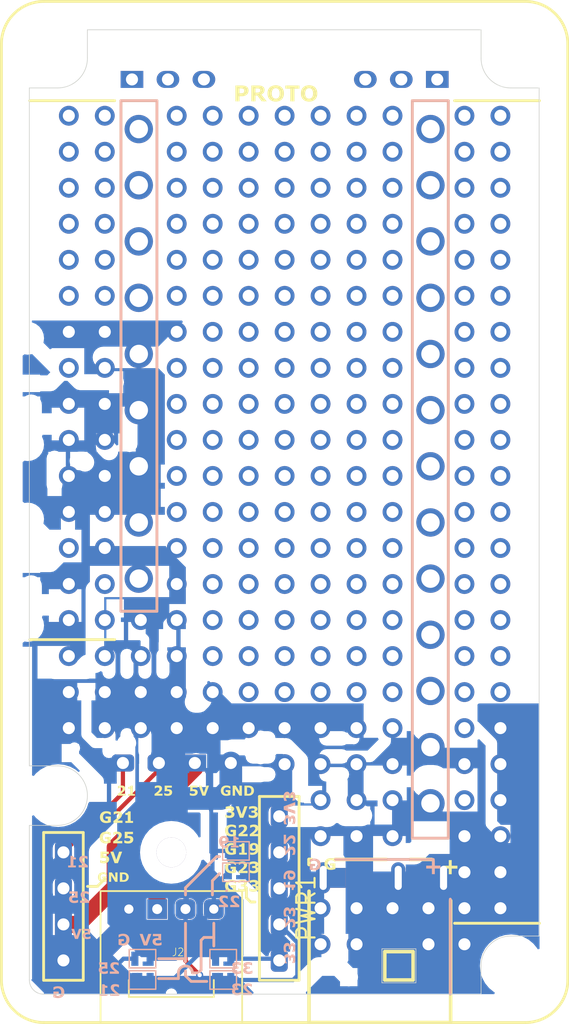
<source format=kicad_pcb>
(kicad_pcb (version 20240108) (generator "pcbnew") (generator_version "8.0")
  (layers (0 "F.Cu" signal "Top Layer") (31 "B.Cu" signal "Bottom Layer") (34 "B.Paste" user "Bottom Paste") (35 "F.Paste" user "Top Paste") (36 "B.SilkS" user "Bottom Overlay") (37 "F.SilkS" user "Top Overlay") (38 "B.Mask" user "Bottom Solder") (39 "F.Mask" user "Top Solder") (44 "Edge.Cuts" user))
  (net 0 "")
  (net 1 "Rxd")
  (net 2 "Txd")
  (net 3 "3V3")
  (net 4 "Relay2")
  (net 5 "Relay1")
  (net 6 "SDA")
  (net 7 "SCL")
  (net 8 "GND")
  (net 9 "5V")
  (footprint "" (layer "F.Cu") (at 163.76797 79.6036)
    (property "Reference" "")
    (property "Value" "")
  )
  (footprint "" (layer "F.Cu") (at 161.22797 127.8636)
    (property "Reference" "")
    (property "Value" "")
  )
  (footprint "" (layer "F.Cu") (at 145.98797 105.0036)
    (property "Reference" "")
    (property "Value" "")
  )
  (footprint "" (layer "F.Cu") (at 161.22797 79.6036)
    (property "Reference" "")
    (property "Value" "")
  )
  (footprint "" (layer "F.Cu") (at 138.22797 78.0036)
    (property "Reference" "")
    (property "Value" "")
  )
  (footprint "" (layer "F.Cu") (at 153.60797 127.8636)
    (property "Reference" "")
    (property "Value" "")
  )
  (footprint "" (layer "F.Cu") (at 135.82797 120.2436)
    (property "Reference" "")
    (property "Value" "")
  )
  (footprint "" (layer "F.Cu") (at 133.28797 94.8436)
    (property "Reference" "")
    (property "Value" "")
  )
  (footprint "" (layer "F.Cu") (at 152.12797 130.8036)
    (property "Reference" "")
    (property "Value" "")
  )
  (footprint "" (layer "F.Cu") (at 156.76797 74.5036)
    (property "Reference" "")
    (property "Value" "")
  )
  (footprint "" (layer "F.Cu") (at 163.76797 120.2436)
    (property "Reference" "")
    (property "Value" "")
  )
  (footprint "" (layer "F.Cu") (at 163.76797 112.6236)
    (property "Reference" "")
    (property "Value" "")
  )
  (footprint "" (layer "F.Cu") (at 143.44797 107.5436)
    (property "Reference" "")
    (property "Value" "")
  )
  (footprint "" (layer "F.Cu") (at 145.98797 110.0836)
    (property "Reference" "")
    (property "Value" "")
  )
  (footprint "" (layer "F.Cu") (at 161.22797 135.4836)
    (property "Reference" "")
    (property "Value" "")
  )
  (footprint "" (layer "F.Cu") (at 158.82797 121.5836)
    (property "Reference" "")
    (property "Value" "")
  )
  (footprint "" (layer "F.Cu") (at 145.98797 97.3836)
    (property "Reference" "")
    (property "Value" "")
  )
  (footprint "" (layer "F.Cu") (at 143.44797 79.6036)
    (property "Reference" "")
    (property "Value" "")
  )
  (footprint "" (layer "F.Cu") (at 145.30297 129.2536)
    (property "Reference" "")
    (property "Value" "")
  )
  (footprint "" (layer "F.Cu") (at 153.60797 79.6036)
    (property "Reference" "")
    (property "Value" "")
  )
  (footprint "" (layer "F.Cu") (at 158.87422 130.80359)
    (property "Reference" "")
    (property "Value" "")
  )
  (footprint "" (layer "F.Cu") (at 135.82797 99.9236)
    (property "Reference" "")
    (property "Value" "")
  )
  (footprint "" (layer "F.Cu") (at 143.44797 105.0036)
    (property "Reference" "")
    (property "Value" "")
  )
  (footprint "" (layer "F.Cu") (at 163.76797 97.3836)
    (property "Reference" "")
    (property "Value" "")
  )
  (footprint "" (layer "F.Cu") (at 158.68797 132.9436)
    (property "Reference" "")
    (property "Value" "")
  )
  (footprint "" (layer "F.Cu") (at 156.14797 115.1636)
    (property "Reference" "")
    (property "Value" "")
  )
  (footprint "" (layer "F.Cu") (at 163.76797 77.0636)
    (property "Reference" "")
    (property "Value" "")
  )
  (footprint "" (layer "F.Cu") (at 143.97797 137.6536)
    (property "Reference" "")
    (property "Value" "")
  )
  (footprint "" (layer "F.Cu") (at 158.82799 93.8636)
    (property "Reference" "")
    (property "Value" "")
  )
  (footprint "" (layer "F.Cu") (at 158.82797 125.54359)
    (property "Reference" "")
    (property "Value" "")
  )
  (footprint "" (layer "F.Cu") (at 137.10797 122.70361)
    (property "Reference" "")
    (property "Value" "")
  )
  (footprint "" (layer "F.Cu") (at 153.60797 122.7836)
    (property "Reference" "")
    (property "Value" "")
  )
  (footprint "" (layer "F.Cu") (at 148.52797 84.6836)
    (property "Reference" "")
    (property "Value" "")
  )
  (footprint "" (layer "F.Cu") (at 156.14797 97.3836)
    (property "Reference" "")
    (property "Value" "")
  )
  (footprint "" (layer "F.Cu") (at 158.82798 113.6636)
    (property "Reference" "")
    (property "Value" "")
  )
  (footprint "" (layer "F.Cu") (at 135.82797 84.6836)
    (property "Reference" "")
    (property "Value" "")
  )
  (footprint "" (layer "F.Cu") (at 135.82797 82.1436)
    (property "Reference" "")
    (property "Value" "")
  )
  (footprint "" (layer "F.Cu") (at 163.76797 82.1436)
    (property "Reference" "")
    (property "Value" "")
  )
  (footprint "" (layer "F.Cu") (at 133.28797 87.2236)
    (property "Reference" "")
    (property "Value" "")
  )
  (footprint "" (layer "F.Cu") (at 161.22797 82.1436)
    (property "Reference" "")
    (property "Value" "")
  )
  (footprint "" (layer "F.Cu") (at 139.02797 138.0036)
    (property "Reference" "")
    (property "Value" "")
  )
  (footprint "" (layer "F.Cu") (at 135.82797 115.1636)
    (property "Reference" "")
    (property "Value" "")
  )
  (footprint "" (layer "F.Cu") (at 143.44797 89.7636)
    (property "Reference" "")
    (property "Value" "")
  )
  (footprint "" (layer "F.Cu") (at 153.60797 112.6236)
    (property "Reference" "")
    (property "Value" "")
  )
  (footprint "" (layer "F.Cu") (at 144.55297 130.4036)
    (property "Reference" "")
    (property "Value" "")
  )
  (footprint "" (layer "F.Cu") (at 153.60797 107.5436)
    (property "Reference" "")
    (property "Value" "")
  )
  (footprint "" (layer "F.Cu") (at 151.06797 132.9436)
    (property "Reference" "")
    (property "Value" "")
  )
  (footprint "" (layer "F.Cu") (at 161.22797 130.4036)
    (property "Reference" "")
    (property "Value" "")
  )
  (footprint "" (layer "F.Cu") (at 156.14797 94.8436)
    (property "Reference" "")
    (property "Value" "")
  )
  (footprint "" (layer "F.Cu") (at 148.52797 110.0836)
    (property "Reference" "")
    (property "Value" "")
  )
  (footprint "" (layer "F.Cu") (at 163.76797 122.7836)
    (property "Reference" "")
    (property "Value" "")
  )
  (footprint "" (layer "F.Cu") (at 138.22795 97.8236)
    (property "Reference" "")
    (property "Value" "")
  )
  (footprint "" (layer "F.Cu") (at 135.82797 92.3036)
    (property "Reference" "")
    (property "Value" "")
  )
  (footprint "" (layer "F.Cu") (at 151.06797 125.3236)
    (property "Reference" "")
    (property "Value" "")
  )
  (footprint "" (layer "F.Cu") (at 143.44797 92.3036)
    (property "Reference" "")
    (property "Value" "")
  )
  (footprint "" (layer "F.Cu") (at 161.22797 84.6836)
    (property "Reference" "")
    (property "Value" "")
  )
  (footprint "" (layer "F.Cu") (at 133.28797 102.4636)
    (property "Reference" "")
    (property "Value" "")
  )
  (footprint "" (layer "F.Cu") (at 153.60797 87.2236)
    (property "Reference" "")
    (property "Value" "")
  )
  (footprint "" (layer "F.Cu") (at 163.76797 87.2236)
    (property "Reference" "")
    (property "Value" "")
  )
  (footprint "" (layer "F.Cu") (at 153.60797 102.4636)
    (property "Reference" "")
    (property "Value" "")
  )
  (footprint "" (layer "F.Cu") (at 151.06797 89.7636)
    (property "Reference" "")
    (property "Value" "")
  )
  (footprint "" (layer "F.Cu") (at 156.14797 79.6036)
    (property "Reference" "")
    (property "Value" "")
  )
  (footprint "" (layer "F.Cu") (at 143.44797 99.9236)
    (property "Reference" "")
    (property "Value" "")
  )
  (footprint "" (layer "F.Cu") (at 132.90797 136.6236)
    (property "Reference" "")
    (property "Value" "")
  )
  (footprint "" (layer "F.Cu") (at 161.22797 110.0836)
    (property "Reference" "")
    (property "Value" "")
  )
  (footprint "" (layer "F.Cu") (at 138.22795 101.7836)
    (property "Reference" "")
    (property "Value" "")
  )
  (footprint "" (layer "F.Cu") (at 135.82797 94.8436)
    (property "Reference" "")
    (property "Value" "")
  )
  (footprint "" (layer "F.Cu") (at 140.90797 89.7636)
    (property "Reference" "")
    (property "Value" "")
  )
  (footprint "" (layer "F.Cu") (at 138.36797 117.7036)
    (property "Reference" "")
    (property "Value" "")
  )
  (footprint "" (layer "F.Cu") (at 140.90797 99.9236)
    (property "Reference" "")
    (property "Value" "")
  )
  (footprint "" (layer "F.Cu") (at 145.62797 130.4036)
    (property "Reference" "")
    (property "Value" "")
  )
  (footprint "" (layer "F.Cu") (at 148.52797 107.5436)
    (property "Reference" "")
    (property "Value" "")
  )
  (footprint "" (layer "F.Cu") (at 151.06797 87.2236)
    (property "Reference" "")
    (property "Value" "")
  )
  (footprint "" (layer "F.Cu") (at 140.90797 77.0636)
    (property "Reference" "")
    (property "Value" "")
  )
  (footprint "" (layer "F.Cu") (at 145.98797 115.1636)
    (property "Reference" "")
    (property "Value" "")
  )
  (footprint "" (layer "F.Cu") (at 148.52797 102.4636)
    (property "Reference" "")
    (property "Value" "")
  )
  (footprint "" (layer "F.Cu") (at 145.98797 82.1436)
    (property "Reference" "")
    (property "Value" "")
  )
  (footprint "" (layer "F.Cu") (at 158.87422 130.80359)
    (property "Reference" "")
    (property "Value" "")
  )
  (footprint "" (layer "F.Cu") (at 156.14797 122.7836)
    (property "Reference" "")
    (property "Value" "")
  )
  (footprint "" (layer "F.Cu") (at 161.22797 107.5436)
    (property "Reference" "")
    (property "Value" "")
  )
  (footprint "" (layer "F.Cu") (at 137.95297 136.5036)
    (property "Reference" "")
    (property "Value" "")
  )
  (footprint "" (layer "F.Cu") (at 156.14797 89.7636)
    (property "Reference" "")
    (property "Value" "")
  )
  (footprint "" (layer "F.Cu") (at 151.06797 79.6036)
    (property "Reference" "")
    (property "Value" "")
  )
  (footprint "" (layer "F.Cu") (at 133.28797 117.7036)
    (property "Reference" "")
    (property "Value" "")
  )
  (footprint "" (layer "F.Cu") (at 163.76797 115.1636)
    (property "Reference" "")
    (property "Value" "")
  )
  (footprint "" (layer "F.Cu") (at 156.14797 105.0036)
    (property "Reference" "")
    (property "Value" "")
  )
  (footprint "" (layer "F.Cu") (at 148.14797 136.6236)
    (property "Reference" "")
    (property "Value" "")
  )
  (footprint "" (layer "F.Cu") (at 145.98797 84.6836)
    (property "Reference" "")
    (property "Value" "")
  )
  (footprint "" (layer "F.Cu") (at 148.52797 82.1436)
    (property "Reference" "")
    (property "Value" "")
  )
  (footprint "" (layer "F.Cu") (at 133.28797 120.2436)
    (property "Reference" "")
    (property "Value" "")
  )
  (footprint "" (layer "F.Cu") (at 153.60797 97.3836)
    (property "Reference" "")
    (property "Value" "")
  )
  (footprint "" (layer "F.Cu") (at 143.44797 97.3836)
    (property "Reference" "")
    (property "Value" "")
  )
  (footprint "" (layer "F.Cu") (at 143.44797 120.2436)
    (property "Reference" "")
    (property "Value" "")
  )
  (footprint "" (layer "F.Cu") (at 163.76797 132.9436)
    (property "Reference" "")
    (property "Value" "")
  )
  (footprint "" (layer "F.Cu") (at 163.76797 105.0036)
    (property "Reference" "")
    (property "Value" "")
  )
  (footprint "" (layer "F.Cu") (at 156.14797 120.2436)
    (property "Reference" "")
    (property "Value" "")
  )
  (footprint "" (layer "F.Cu") (at 145.98797 117.7036)
    (property "Reference" "")
    (property "Value" "")
  )
  (footprint "" (layer "F.Cu") (at 140.90797 84.6836)
    (property "Reference" "")
    (property "Value" "")
  )
  (footprint "" (layer "F.Cu") (at 156.14797 82.1436)
    (property "Reference" "")
    (property "Value" "")
  )
  (footprint "" (layer "F.Cu") (at 145.98797 120.2436)
    (property "Reference" "")
    (property "Value" "")
  )
  (footprint "" (layer "F.Cu") (at 138.22795 89.9036)
    (property "Reference" "")
    (property "Value" "")
  )
  (footprint "" (layer "F.Cu") (at 151.06797 107.5436)
    (property "Reference" "")
    (property "Value" "")
  )
  (footprint "" (layer "F.Cu") (at 148.52797 89.7636)
    (property "Reference" "")
    (property "Value" "")
  )
  (footprint "" (layer "F.Cu") (at 156.14797 77.0636)
    (property "Reference" "")
    (property "Value" "")
  )
  (footprint "" (layer "F.Cu") (at 163.76797 94.8436)
    (property "Reference" "")
    (property "Value" "")
  )
  (footprint "" (layer "F.Cu") (at 153.60797 82.1436)
    (property "Reference" "")
    (property "Value" "")
  )
  (footprint "" (layer "F.Cu") (at 138.22796 105.7436)
    (property "Reference" "")
    (property "Value" "")
  )
  (footprint "" (layer "F.Cu") (at 143.44797 102.4636)
    (property "Reference" "")
    (property "Value" "")
  )
  (footprint "" (layer "F.Cu") (at 156.14797 132.9436)
    (property "Reference" "")
    (property "Value" "")
  )
  (footprint "" (layer "F.Cu") (at 139.02797 136.5036)
    (property "Reference" "")
    (property "Value" "")
  )
  (footprint "" (layer "F.Cu") (at 138.27797 136.1536)
    (property "Reference" "")
    (property "Value" "")
  )
  (footprint "" (layer "F.Cu") (at 156.14797 87.2236)
    (property "Reference" "")
    (property "Value" "")
  )
  (footprint "" (layer "F.Cu") (at 163.76797 89.7636)
    (property "Reference" "")
    (property "Value" "")
  )
  (footprint "" (layer "F.Cu") (at 143.97797 136.1536)
    (property "Reference" "")
    (property "Value" "")
  )
  (footprint "" (layer "F.Cu") (at 156.14797 112.6236)
    (property "Reference" "")
    (property "Value" "")
  )
  (footprint "" (layer "F.Cu") (at 138.22797 81.9636)
    (property "Reference" "")
    (property "Value" "")
  )
  (footprint "" (layer "F.Cu") (at 148.52797 122.7836)
    (property "Reference" "")
    (property "Value" "")
  )
  (footprint "" (layer "F.Cu") (at 143.65297 138.0036)
    (property "Reference" "")
    (property "Value" "")
  )
  (footprint "" (layer "F.Cu") (at 140.90797 105.0036)
    (property "Reference" "")
    (property "Value" "")
  )
  (footprint "" (layer "F.Cu") (at 163.76797 92.3036)
    (property "Reference" "")
    (property "Value" "")
  )
  (footprint "" (layer "F.Cu") (at 163.76797 110.0836)
    (property "Reference" "")
    (property "Value" "")
  )
  (footprint "" (layer "F.Cu") (at 158.82797 78.0036)
    (property "Reference" "")
    (property "Value" "")
  )
  (footprint "" (layer "F.Cu") (at 151.06797 84.6836)
    (property "Reference" "")
    (property "Value" "")
  )
  (footprint "" (layer "F.Cu") (at 148.52797 112.6236)
    (property "Reference" "")
    (property "Value" "")
  )
  (footprint "" (layer "F.Cu") (at 161.22797 115.1636)
    (property "Reference" "")
    (property "Value" "")
  )
  (footprint "" (layer "F.Cu") (at 145.30297 130.7536)
    (property "Reference" "")
    (property "Value" "")
  )
  (footprint "" (layer "F.Cu") (at 144.87797 130.0536)
    (property "Reference" "")
    (property "Value" "")
  )
  (footprint "" (layer "F.Cu") (at 133.28797 115.1636)
    (property "Reference" "")
    (property "Value" "")
  )
  (footprint "" (layer "F.Cu") (at 153.60797 105.0036)
    (property "Reference" "")
    (property "Value" "")
  )
  (footprint "" (layer "F.Cu") (at 137.95297 138.0036)
    (property "Reference" "")
    (property "Value" "")
  )
  (footprint "" (layer "F.Cu") (at 135.82797 89.7636)
    (property "Reference" "")
    (property "Value" "")
  )
  (footprint "" (layer "F.Cu") (at 137.74796 74.5036)
    (property "Reference" "")
    (property "Value" "")
  )
  (footprint "" (layer "F.Cu") (at 153.60797 125.3236)
    (property "Reference" "")
    (property "Value" "")
  )
  (footprint "" (layer "F.Cu") (at 158.82798 109.7036)
    (property "Reference" "")
    (property "Value" "")
  )
  (footprint "" (layer "F.Cu") (at 145.98797 77.0636)
    (property "Reference" "")
    (property "Value" "")
  )
  (footprint "" (layer "F.Cu") (at 159.30798 74.5036)
    (property "Reference" "")
    (property "Value" "")
  )
  (footprint "" (layer "F.Cu") (at 151.06797 135.4836)
    (property "Reference" "")
    (property "Value" "")
  )
  (footprint "" (layer "F.Cu") (at 144.72797 136.5036)
    (property "Reference" "")
    (property "Value" "")
  )
  (footprint "" (layer "F.Cu") (at 148.52797 87.2236)
    (property "Reference" "")
    (property "Value" "")
  )
  (footprint "" (layer "F.Cu") (at 151.06797 94.8436)
    (property "Reference" "")
    (property "Value" "")
  )
  (footprint "" (layer "F.Cu") (at 148.52797 105.0036)
    (property "Reference" "")
    (property "Value" "")
  )
  (footprint "" (layer "F.Cu") (at 158.82797 81.9636)
    (property "Reference" "")
    (property "Value" "")
  )
  (footprint "" (layer "F.Cu") (at 140.90797 107.5436)
    (property "Reference" "")
    (property "Value" "")
  )
  (footprint "" (layer "F.Cu") (at 139.64796 122.7036)
    (property "Reference" "")
    (property "Value" "")
  )
  (footprint "" (layer "F.Cu") (at 156.14797 84.6836)
    (property "Reference" "")
    (property "Value" "")
  )
  (footprint "" (layer "F.Cu") (at 148.52797 115.1636)
    (property "Reference" "")
    (property "Value" "")
  )
  (footprint "" (layer "F.Cu") (at 133.28797 89.7636)
    (property "Reference" "")
    (property "Value" "")
  )
  (footprint "TopBoard.PcbLib:Grove" (layer "F.Cu") (at 140.52797 139.2036 -90)
    (property "Reference" "J2")
    (property "Value" "" (hide yes))
  )
  (footprint "" (layer "F.Cu") (at 140.28796 74.5036)
    (property "Reference" "")
    (property "Value" "")
  )
  (footprint "" (layer "F.Cu") (at 140.90797 87.2236)
    (property "Reference" "")
    (property "Value" "")
  )
  (footprint "" (layer "F.Cu") (at 143.44797 87.2236)
    (property "Reference" "")
    (property "Value" "")
  )
  (footprint "" (layer "F.Cu") (at 145.98797 102.4636)
    (property "Reference" "")
    (property "Value" "")
  )
  (footprint "" (layer "F.Cu") (at 153.60797 84.6836)
    (property "Reference" "")
    (property "Value" "")
  )
  (footprint "" (layer "F.Cu") (at 161.22797 125.3236)
    (property "Reference" "")
    (property "Value" "")
  )
  (footprint "" (layer "F.Cu") (at 153.60797 92.3036)
    (property "Reference" "")
    (property "Value" "")
  )
  (footprint "" (layer "F.Cu") (at 144.40297 138.3536)
    (property "Reference" "")
    (property "Value" "")
  )
  (footprint "" (layer "F.Cu") (at 145.98797 107.5436)
    (property "Reference" "")
    (property "Value" "")
  )
  (footprint "" (layer "F.Cu") (at 143.44797 84.6836)
    (property "Reference" "")
    (property "Value" "")
  )
  (footprint "" (layer "F.Cu") (at 145.98797 99.9236)
    (property "Reference" "")
    (property "Value" "")
  )
  (footprint "" (layer "F.Cu") (at 140.90797 92.3036)
    (property "Reference" "")
    (property "Value" "")
  )
  (footprint "" (layer "F.Cu") (at 163.76797 102.4636)
    (property "Reference" "")
    (property "Value" "")
  )
  (footprint "" (layer "F.Cu") (at 144.40297 136.8536)
    (property "Reference" "")
    (property "Value" "")
  )
  (footprint "" (layer "F.Cu") (at 145.98797 92.3036)
    (property "Reference" "")
    (property "Value" "")
  )
  (footprint "" (layer "F.Cu") (at 153.60797 120.2436)
    (property "Reference" "")
    (property "Value" "")
  )
  (footprint "" (layer "F.Cu") (at 133.28797 92.3036)
    (property "Reference" "")
    (property "Value" "")
  )
  (footprint "" (layer "F.Cu") (at 161.22797 117.7036)
    (property "Reference" "")
    (property "Value" "")
  )
  (footprint "" (layer "F.Cu") (at 140.90797 94.8436)
    (property "Reference" "")
    (property "Value" "")
  )
  (footprint "" (layer "F.Cu") (at 132.90797 134.0836)
    (property "Reference" "")
    (property "Value" "")
  )
  (footprint "" (layer "F.Cu") (at 133.28797 77.0636)
    (property "Reference" "")
    (property "Value" "")
  )
  (footprint "" (layer "F.Cu") (at 161.22797 92.3036)
    (property "Reference" "")
    (property "Value" "")
  )
  (footprint "" (layer "F.Cu") (at 151.06797 112.6236)
    (property "Reference" "")
    (property "Value" "")
  )
  (footprint "" (layer "F.Cu") (at 133.28797 112.6236)
    (property "Reference" "")
    (property "Value" "")
  )
  (footprint "" (layer "F.Cu") (at 140.90797 79.6036)
    (property "Reference" "")
    (property "Value" "")
  )
  (footprint "" (layer "F.Cu") (at 156.14797 127.8636)
    (property "Reference" "")
    (property "Value" "")
  )
  (footprint "" (layer "F.Cu") (at 138.27797 137.6536)
    (property "Reference" "")
    (property "Value" "")
  )
  (footprint "" (layer "F.Cu") (at 151.06797 77.0636)
    (property "Reference" "")
    (property "Value" "")
  )
  (footprint "" (layer "F.Cu") (at 151.06797 120.2436)
    (property "Reference" "")
    (property "Value" "")
  )
  (footprint "" (layer "F.Cu") (at 133.28797 97.3836)
    (property "Reference" "")
    (property "Value" "")
  )
  (footprint "" (layer "F.Cu") (at 144.87797 128.5536)
    (property "Reference" "")
    (property "Value" "")
  )
  (footprint "" (layer "F.Cu") (at 161.22797 77.0636)
    (property "Reference" "")
    (property "Value" "")
  )
  (footprint "" (layer "F.Cu") (at 156.14797 107.5436)
    (property "Reference" "")
    (property "Value" "")
  )
  (footprint "" (layer "F.Cu") (at 145.62797 128.9036)
    (property "Reference" "")
    (property "Value" "")
  )
  (footprint "" (layer "F.Cu") (at 135.82797 105.0036)
    (property "Reference" "")
    (property "Value" "")
  )
  (footprint "" (layer "F.Cu") (at 156.14797 117.7036)
    (property "Reference" "")
    (property "Value" "")
  )
  (footprint "" (layer "F.Cu") (at 158.82799 97.8236)
    (property "Reference" "")
    (property "Value" "")
  )
  (footprint "" (layer "F.Cu") (at 133.28797 99.9236)
    (property "Reference" "")
    (property "Value" "")
  )
  (footprint "" (layer "F.Cu") (at 161.22797 120.2436)
    (property "Reference" "")
    (property "Value" "")
  )
  (footprint "" (layer "F.Cu") (at 143.44797 110.0836)
    (property "Reference" "")
    (property "Value" "")
  )
  (footprint "" (layer "F.Cu") (at 158.82797 85.9236)
    (property "Reference" "")
    (property "Value" "")
  )
  (footprint "" (layer "F.Cu") (at 156.14797 99.9236)
    (property "Reference" "")
    (property "Value" "")
  )
  (footprint "" (layer "F.Cu") (at 140.90797 115.1636)
    (property "Reference" "")
    (property "Value" "")
  )
  (footprint "" (layer "F.Cu") (at 148.52797 79.6036)
    (property "Reference" "")
    (property "Value" "")
  )
  (footprint "" (layer "F.Cu") (at 148.52797 94.8436)
    (property "Reference" "")
    (property "Value" "")
  )
  (footprint "" (layer "F.Cu") (at 145.98797 112.6236)
    (property "Reference" "")
    (property "Value" "")
  )
  (footprint "" (layer "F.Cu") (at 151.06797 110.0836)
    (property "Reference" "")
    (property "Value" "")
  )
  (footprint "" (layer "F.Cu") (at 163.76797 107.5436)
    (property "Reference" "")
    (property "Value" "")
  )
  (footprint "" (layer "F.Cu") (at 148.14797 131.5436)
    (property "Reference" "")
    (property "Value" "")
  )
  (footprint "DC-IN-TH_DC-0440-2.5A-2.0" (layer "F.Cu") (at 155.5011 130.8036 90)
    (property "Reference" "PWR1")
    (property "Value" "" (hide yes))
  )
  (footprint "" (layer "F.Cu") (at 156.14797 125.3236)
    (property "Reference" "")
    (property "Value" "")
  )
  (footprint "" (layer "F.Cu") (at 143.44797 82.1436)
    (property "Reference" "")
    (property "Value" "")
  )
  (footprint "" (layer "F.Cu") (at 140.90797 82.1436)
    (property "Reference" "")
    (property "Value" "")
  )
  (footprint "" (layer "F.Cu") (at 153.60797 110.0836)
    (property "Reference" "")
    (property "Value" "")
  )
  (footprint "" (layer "F.Cu") (at 151.06797 102.4636)
    (property "Reference" "")
    (property "Value" "")
  )
  (footprint "" (layer "F.Cu") (at 151.06797 82.1436)
    (property "Reference" "")
    (property "Value" "")
  )
  (footprint "" (layer "F.Cu") (at 140.90797 120.2436)
    (property "Reference" "")
    (property "Value" "")
  )
  (footprint "" (layer "F.Cu") (at 154.22797 74.5036)
    (property "Reference" "")
    (property "Value" "")
  )
  (footprint "" (layer "F.Cu") (at 133.28797 82.1436)
    (property "Reference" "")
    (property "Value" "")
  )
  (footprint "" (layer "F.Cu") (at 135.82797 112.6236)
    (property "Reference" "")
    (property "Value" "")
  )
  (footprint "" (layer "F.Cu") (at 138.70297 138.3536)
    (property "Reference" "")
    (property "Value" "")
  )
  (footprint "" (layer "F.Cu") (at 143.44797 117.7036)
    (property "Reference" "")
    (property "Value" "")
  )
  (footprint "" (layer "F.Cu") (at 161.22797 102.4636)
    (property "Reference" "")
    (property "Value" "")
  )
  (footprint "" (layer "F.Cu") (at 161.22797 89.7636)
    (property "Reference" "")
    (property "Value" "")
  )
  (footprint "" (layer "F.Cu") (at 152.12797 130.8036)
    (property "Reference" "")
    (property "Value" "")
  )
  (footprint "" (layer "F.Cu") (at 142.82797 74.5036)
    (property "Reference" "")
    (property "Value" "")
  )
  (footprint "" (layer "F.Cu") (at 143.44797 112.6236)
    (property "Reference" "")
    (property "Value" "")
  )
  (footprint "" (layer "F.Cu") (at 161.22797 97.3836)
    (property "Reference" "")
    (property "Value" "")
  )
  (footprint "" (layer "F.Cu") (at 161.22797 87.2236)
    (property "Reference" "")
    (property "Value" "")
  )
  (footprint "" (layer "F.Cu") (at 138.36797 115.1636)
    (property "Reference" "")
    (property "Value" "")
  )
  (footprint "" (layer "F.Cu") (at 153.60797 135.4836)
    (property "Reference" "")
    (property "Value" "")
  )
  (footprint "" (layer "F.Cu") (at 133.28797 84.6836)
    (property "Reference" "")
    (property "Value" "")
  )
  (footprint "" (layer "F.Cu") (at 140.90797 97.3836)
    (property "Reference" "")
    (property "Value" "")
  )
  (footprint "" (layer "F.Cu") (at 161.22797 99.9236)
    (property "Reference" "")
    (property "Value" "")
  )
  (footprint "" (layer "F.Cu") (at 144.72797 122.7036)
    (property "Reference" "")
    (property "Value" "")
  )
  (footprint "" (layer "F.Cu") (at 148.52797 77.0636)
    (property "Reference" "")
    (property "Value" "")
  )
  (footprint "" (layer "F.Cu") (at 133.28797 110.0836)
    (property "Reference" "")
    (property "Value" "")
  )
  (footprint "" (layer "F.Cu") (at 153.60797 77.0636)
    (property "Reference" "")
    (property "Value" "")
  )
  (footprint "" (layer "F.Cu") (at 158.82799 101.7836)
    (property "Reference" "")
    (property "Value" "")
  )
  (footprint "" (layer "F.Cu") (at 145.98797 79.6036)
    (property "Reference" "")
    (property "Value" "")
  )
  (footprint "" (layer "F.Cu") (at 135.82797 77.0636)
    (property "Reference" "")
    (property "Value" "")
  )
  (footprint "" (layer "F.Cu") (at 151.06797 122.7836)
    (property "Reference" "")
    (property "Value" "")
  )
  (footprint "" (layer "F.Cu") (at 151.06797 127.8636)
    (property "Reference" "")
    (property "Value" "")
  )
  (footprint "" (layer "F.Cu") (at 148.52797 92.3036)
    (property "Reference" "")
    (property "Value" "")
  )
  (footprint "" (layer "F.Cu") (at 163.76797 84.6836)
    (property "Reference" "")
    (property "Value" "")
  )
  (footprint "" (layer "F.Cu") (at 144.55297 128.9036)
    (property "Reference" "")
    (property "Value" "")
  )
  (footprint "" (layer "F.Cu") (at 132.90797 131.5436)
    (property "Reference" "")
    (property "Value" "")
  )
  (footprint "" (layer "F.Cu") (at 161.22797 122.7836)
    (property "Reference" "")
    (property "Value" "")
  )
  (footprint "" (layer "F.Cu") (at 140.90797 110.0836)
    (property "Reference" "")
    (property "Value" "")
  )
  (footprint "" (layer "F.Cu") (at 153.60797 99.9236)
    (property "Reference" "")
    (property "Value" "")
  )
  (footprint "" (layer "F.Cu") (at 138.22795 93.8636)
    (property "Reference" "")
    (property "Value" "")
  )
  (footprint "" (layer "F.Cu") (at 138.22796 109.7036)
    (property "Reference" "")
    (property "Value" "")
  )
  (footprint "" (layer "F.Cu") (at 140.52797 129.0036)
    (property "Reference" "")
    (property "Value" "")
  )
  (footprint "" (layer "F.Cu") (at 140.90797 112.6236)
    (property "Reference" "")
    (property "Value" "")
  )
  (footprint "" (layer "F.Cu") (at 151.06797 117.7036)
    (property "Reference" "")
    (property "Value" "")
  )
  (footprint "" (layer "F.Cu") (at 148.52797 97.3836)
    (property "Reference" "")
    (property "Value" "")
  )
  (footprint "" (layer "F.Cu") (at 163.76797 127.8636)
    (property "Reference" "")
    (property "Value" "")
  )
  (footprint "" (layer "F.Cu") (at 148.14797 129.0036)
    (property "Reference" "")
    (property "Value" "")
  )
  (footprint "" (layer "F.Cu") (at 145.98797 87.2236)
    (property "Reference" "")
    (property "Value" "")
  )
  (footprint "" (layer "F.Cu") (at 135.82797 117.7036)
    (property "Reference" "")
    (property "Value" "")
  )
  (footprint "" (layer "F.Cu") (at 153.60797 89.7636)
    (property "Reference" "")
    (property "Value" "")
  )
  (footprint "" (layer "F.Cu") (at 156.14797 110.0836)
    (property "Reference" "")
    (property "Value" "")
  )
  (footprint "" (layer "F.Cu") (at 163.76797 99.9236)
    (property "Reference" "")
    (property "Value" "")
  )
  (footprint "" (layer "F.Cu") (at 158.82799 89.9036)
    (property "Reference" "")
    (property "Value" "")
  )
  (footprint "" (layer "F.Cu") (at 142.18797 122.7036)
    (property "Reference" "")
    (property "Value" "")
  )
  (footprint "" (layer "F.Cu") (at 158.68797 135.4836)
    (property "Reference" "")
    (property "Value" "")
  )
  (footprint "" (layer "F.Cu") (at 148.52797 120.2436)
    (property "Reference" "")
    (property "Value" "")
  )
  (footprint "" (layer "F.Cu") (at 158.82798 105.7436)
    (property "Reference" "")
    (property "Value" "")
  )
  (footprint "" (layer "F.Cu") (at 161.22797 105.0036)
    (property "Reference" "")
    (property "Value" "")
  )
  (footprint "" (layer "F.Cu") (at 133.28797 107.5436)
    (property "Reference" "")
    (property "Value" "")
  )
  (footprint "" (layer "F.Cu") (at 151.06797 115.1636)
    (property "Reference" "")
    (property "Value" "")
  )
  (footprint "" (layer "F.Cu") (at 151.06797 99.9236)
    (property "Reference" "")
    (property "Value" "")
  )
  (footprint "" (layer "F.Cu") (at 156.14797 102.4636)
    (property "Reference" "")
    (property "Value" "")
  )
  (footprint "" (layer "F.Cu") (at 140.90797 117.7036)
    (property "Reference" "")
    (property "Value" "")
  )
  (footprint "" (layer "F.Cu") (at 138.70297 136.8536)
    (property "Reference" "")
    (property "Value" "")
  )
  (footprint "" (layer "F.Cu") (at 143.44797 94.8436)
    (property "Reference" "")
    (property "Value" "")
  )
  (footprint "" (layer "F.Cu") (at 135.82797 87.2236)
    (property "Reference" "")
    (property "Value" "")
  )
  (footprint "" (layer "F.Cu") (at 144.72797 138.0036)
    (property "Reference" "")
    (property "Value" "")
  )
  (footprint "" (layer "F.Cu") (at 161.22797 132.9436)
    (property "Reference" "")
    (property "Value" "")
  )
  (footprint "" (layer "F.Cu") (at 148.52797 117.7036)
    (property "Reference" "")
    (property "Value" "")
  )
  (footprint "" (layer "F.Cu") (at 151.06797 97.3836)
    (property "Reference" "")
    (property "Value" "")
  )
  (footprint "" (layer "F.Cu") (at 153.60797 132.9436)
    (property "Reference" "")
    (property "Value" "")
  )
  (footprint "" (layer "F.Cu") (at 135.82797 97.3836)
    (property "Reference" "")
    (property "Value" "")
  )
  (footprint "" (layer "F.Cu") (at 153.60797 115.1636)
    (property "Reference" "")
    (property "Value" "")
  )
  (footprint "" (layer "F.Cu") (at 153.60797 117.7036)
    (property "Reference" "")
    (property "Value" "")
  )
  (footprint "" (layer "F.Cu") (at 145.98797 89.7636)
    (property "Reference" "")
    (property "Value" "")
  )
  (footprint "" (layer "F.Cu") (at 132.90797 129.0036)
    (property "Reference" "")
    (property "Value" "")
  )
  (footprint "" (layer "F.Cu") (at 143.44797 115.1636)
    (property "Reference" "")
    (property "Value" "")
  )
  (footprint "" (layer "F.Cu") (at 135.82797 102.4636)
    (property "Reference" "")
    (property "Value" "")
  )
  (footprint "" (layer "F.Cu") (at 148.14797 134.0836)
    (property "Reference" "")
    (property "Value" "")
  )
  (footprint "" (layer "F.Cu") (at 148.14797 126.4636)
    (property "Reference" "")
    (property "Value" "")
  )
  (footprint "" (layer "F.Cu") (at 163.76797 125.3236)
    (property "Reference" "")
    (property "Value" "")
  )
  (footprint "" (layer "F.Cu") (at 138.36797 112.6236)
    (property "Reference" "")
    (property "Value" "")
  )
  (footprint "" (layer "F.Cu") (at 135.82797 79.6036)
    (property "Reference" "")
    (property "Value" "")
  )
  (footprint "" (layer "F.Cu") (at 153.60797 94.8436)
    (property "Reference" "")
    (property "Value" "")
  )
  (footprint "" (layer "F.Cu") (at 145.98797 94.8436)
    (property "Reference" "")
    (property "Value" "")
  )
  (footprint "" (layer "F.Cu") (at 138.22797 85.9236)
    (property "Reference" "")
    (property "Value" "")
  )
  (footprint "" (layer "F.Cu") (at 163.76797 117.7036)
    (property "Reference" "")
    (property "Value" "")
  )
  (footprint "" (layer "F.Cu") (at 161.22797 112.6236)
    (property "Reference" "")
    (property "Value" "")
  )
  (footprint "" (layer "F.Cu") (at 140.90797 102.4636)
    (property "Reference" "")
    (property "Value" "")
  )
  (footprint "" (layer "F.Cu") (at 143.44797 77.0636)
    (property "Reference" "")
    (property "Value" "")
  )
  (footprint "" (layer "F.Cu") (at 138.36797 120.2436)
    (property "Reference" "")
    (property "Value" "")
  )
  (footprint "" (layer "F.Cu") (at 156.14797 92.3036)
    (property "Reference" "")
    (property "Value" "")
  )
  (footprint "" (layer "F.Cu") (at 135.82797 110.0836)
    (property "Reference" "")
    (property "Value" "")
  )
  (footprint "" (layer "F.Cu") (at 143.65297 136.5036)
    (property "Reference" "")
    (property "Value" "")
  )
  (footprint "" (layer "F.Cu") (at 148.52797 99.9236)
    (property "Reference" "")
    (property "Value" "")
  )
  (footprint "" (layer "F.Cu") (at 158.82798 117.6236)
    (property "Reference" "")
    (property "Value" "")
  )
  (footprint "" (layer "F.Cu") (at 151.06797 92.3036)
    (property "Reference" "")
    (property "Value" "")
  )
  (footprint "" (layer "F.Cu") (at 135.82797 107.5436)
    (property "Reference" "")
    (property "Value" "")
  )
  (footprint "" (layer "F.Cu") (at 133.28797 79.6036)
    (property "Reference" "")
    (property "Value" "")
  )
  (footprint "" (layer "F.Cu") (at 151.06797 105.0036)
    (property "Reference" "")
    (property "Value" "")
  )
  (footprint "" (layer "F.Cu") (at 133.28797 105.0036)
    (property "Reference" "")
    (property "Value" "")
  )
  (footprint "" (layer "F.Cu") (at 163.76797 130.4036)
    (property "Reference" "")
    (property "Value" "")
  )
  (footprint "" (layer "F.Cu") (at 161.22797 94.8436)
    (property "Reference" "")
    (property "Value" "")
  )
  (gr_line (start 141.52797 136.6536) (end 141.52797 133.0036) (stroke (width 0.3)) (layer "F.Cu"))
  (gr_line (start 141.52797 136.6536) (end 142.52797 137.6536) (stroke (width 0.3)) (layer "F.Cu"))
  (gr_line (start 146.74797 130.4036) (end 148.14797 129.0036) (stroke (width 0.3)) (layer "B.Cu"))
  (gr_line (start 140.82799 136.5036) (end 141.52797 135.80361) (stroke (width 0.3)) (layer "B.Cu"))
  (gr_line (start 142.52797 137.6536) (end 142.87797 138.0036) (stroke (width 0.3)) (layer "B.Cu"))
  (gr_line (start 143.52795 136.5036) (end 143.65297 136.5036) (stroke (width 0.3)) (layer "B.Cu"))
  (gr_line (start 149.02797 127.8036) (end 149.22797 128.0036) (stroke (width 0.3)) (layer "B.Cu"))
  (gr_line (start 142.62797 131.2036) (end 143.42797 130.4036) (stroke (width 0.3)) (layer "B.Cu"))
  (gr_line (start 143.52797 133.0036) (end 143.52797 131.4286) (stroke (width 0.3)) (layer "B.Cu"))
  (gr_line (start 142.87797 138.0036) (end 143.65297 138.0036) (stroke (width 0.3)) (layer "B.Cu"))
  (gr_line (start 149.42797 137.7036) (end 149.42797 135.3636) (stroke (width 0.3)) (layer "B.Cu"))
  (gr_line (start 143.52797 131.4286) (end 144.55297 130.4036) (stroke (width 0.3)) (layer "B.Cu"))
  (gr_line (start 141.52797 135.80361) (end 141.52797 133.0036) (stroke (width 0.3)) (layer "B.Cu"))
  (gr_line (start 141.52797 133.0036) (end 141.52797 132.30359) (stroke (width 0.3)) (layer "B.Cu"))
  (gr_line (start 139.02797 136.5036) (end 140.82799 136.5036) (stroke (width 0.3)) (layer "B.Cu"))
  (gr_line (start 139.02797 138.0036) (end 140.62799 138.0036) (stroke (width 0.3)) (layer "B.Cu"))
  (gr_line (start 140.62799 138.0036) (end 142.82797 135.80362) (stroke (width 0.3)) (layer "B.Cu"))
  (gr_line (start 145.62797 130.4036) (end 146.74797 130.4036) (stroke (width 0.3)) (layer "B.Cu"))
  (gr_line (start 144.55297 128.9036) (end 144.55297 128.9036) (stroke (width 0.3)) (layer "B.Cu"))
  (gr_line (start 149.12797 138.0036) (end 149.42797 137.7036) (stroke (width 0.3)) (layer "B.Cu"))
  (gr_line (start 141.52797 132.30359) (end 142.62797 131.2036) (stroke (width 0.3)) (layer "B.Cu"))
  (gr_line (start 147.12797 127.8036) (end 149.02797 127.8036) (stroke (width 0.3)) (layer "B.Cu"))
  (gr_line (start 148.14797 131.5436) (end 149.22797 130.4636) (stroke (width 0.3)) (layer "B.Cu"))
  (gr_line (start 143.42797 129.2036) (end 143.72797 128.9036) (stroke (width 0.3)) (layer "B.Cu"))
  (gr_line (start 144.72797 136.5036) (end 148.02796 136.5036) (stroke (width 0.3)) (layer "B.Cu"))
  (gr_line (start 145.62797 128.9036) (end 146.02797 128.9036) (stroke (width 0.3)) (layer "B.Cu"))
  (gr_line (start 148.14797 134.0836) (end 149.42797 135.3636) (stroke (width 0.3)) (layer "B.Cu"))
  (gr_line (start 144.72797 138.0036) (end 149.12797 138.0036) (stroke (width 0.3)) (layer "B.Cu"))
  (gr_line (start 146.02797 128.9036) (end 147.12797 127.8036) (stroke (width 0.3)) (layer "B.Cu"))
  (gr_line (start 142.82797 135.80362) (end 142.82797 133.7036) (stroke (width 0.3)) (layer "B.Cu"))
  (gr_line (start 142.82797 133.7036) (end 143.52797 133.0036) (stroke (width 0.3)) (layer "B.Cu"))
  (gr_line (start 149.22797 130.4636) (end 149.22797 128.0036) (stroke (width 0.3)) (layer "B.Cu"))
  (gr_line (start 143.72797 128.9036) (end 144.55297 128.9036) (stroke (width 0.3)) (layer "B.Cu"))
  (gr_line (start 142.62797 131.2036) (end 142.62797 131.2036) (stroke (width 0.3)) (layer "B.Cu"))
  (gr_line (start 142.82797 135.80362) (end 143.52795 136.5036) (stroke (width 0.3)) (layer "B.Cu"))
  (gr_line (start 143.42797 130.4036) (end 143.42797 129.2036) (stroke (width 0.3)) (layer "B.Cu"))
  (gr_line (start 148.02796 136.5036) (end 148.14797 136.6236) (stroke (width 0.3)) (layer "B.Cu"))
  (gr_line (start 141.52797 136.7036) (end 141.52797 134.0036) (stroke (width 0.2)) (layer "B.SilkS"))
  (gr_line (start 137.55297 138.6536) (end 139.42797 138.6536) (stroke (width 0.1)) (layer "B.SilkS"))
  (gr_line (start 145.12797 137.1536) (end 145.12797 135.8536) (stroke (width 0.1)) (layer "B.SilkS"))
  (gr_line (start 142.82797 135.0036) (end 143.52797 135.0036) (stroke (width 0.2)) (layer "B.SilkS"))
  (gr_line (start 137.55297 137.3536) (end 139.42797 137.3536) (stroke (width 0.1)) (layer "B.SilkS"))
  (gr_line (start 143.25297 138.6536) (end 143.25297 137.3536) (stroke (width 0.1)) (layer "B.SilkS"))
  (gr_line (start 144.15297 131.0536) (end 144.15297 129.7536) (stroke (width 0.1)) (layer "B.SilkS"))
  (gr_line (start 141.52797 137.7036) (end 141.62797 137.8036) (stroke (width 0.2)) (layer "B.SilkS"))
  (gr_line (start 143.25297 137.3536) (end 145.12797 137.3536) (stroke (width 0.1)) (layer "B.SilkS"))
  (gr_line (start 157.54497 128.0036) (end 160.08497 128.0036) (stroke (width 0.2)) (layer "B.SilkS"))
  (gr_line (start 142.42797 137.5036) (end 142.62797 137.3036) (stroke (width 0.2)) (layer "B.SilkS"))
  (gr_line (start 137.55297 135.8536) (end 139.42797 135.8536) (stroke (width 0.1)) (layer "B.SilkS"))
  (gr_line (start 136.97097 112.0036) (end 136.97097 76.00362) (stroke (width 0.2)) (layer "B.SilkS"))
  (gr_line (start 160.22797 139.0036) (end 160.22797 132.3036) (stroke (width 0.2)) (layer "B.SilkS"))
  (gr_line (start 144.15297 129.7536) (end 146.02797 129.7536) (stroke (width 0.1)) (layer "B.SilkS"))
  (gr_line (start 157.54497 128.0036) (end 157.54497 76.0036) (stroke (width 0.2)) (layer "B.SilkS"))
  (gr_line (start 143.42797 132.0036) (end 143.42797 131.0036) (stroke (width 0.2)) (layer "B.SilkS"))
  (gr_line (start 145.12797 138.6536) (end 145.12797 137.3536) (stroke (width 0.1)) (layer "B.SilkS"))
  (gr_line (start 146.02797 129.5536) (end 146.02797 128.2536) (stroke (width 0.1)) (layer "B.SilkS"))
  (gr_line (start 143.25297 137.1536) (end 145.12797 137.1536) (stroke (width 0.1)) (layer "B.SilkS"))
  (gr_line (start 152.12797 129.5036) (end 159.02797 129.5036) (stroke (width 0.2)) (layer "B.SilkS"))
  (gr_line (start 142.62797 137.3036) (end 142.62797 135.2036) (stroke (width 0.2)) (layer "B.SilkS"))
  (gr_line (start 136.97097 76.00362) (end 139.51097 76.00362) (stroke (width 0.2)) (layer "B.SilkS"))
  (gr_line (start 144.42797 131.7036) (end 144.42797 131.7036) (stroke (width 0.2)) (layer "B.SilkS"))
  (gr_line (start 143.25297 137.1536) (end 143.25297 135.8536) (stroke (width 0.1)) (layer "B.SilkS"))
  (gr_line (start 142.62797 135.2036) (end 142.82797 135.0036) (stroke (width 0.2)) (layer "B.SilkS"))
  (gr_arc (start 141.02796 137.5036) (mid 141.52294 137.00862) (end 142.01792 137.5036) (stroke (width 0.2)) (layer "B.SilkS"))
  (gr_line (start 143.42797 131.0036) (end 143.92797 130.5036) (stroke (width 0.2)) (layer "B.SilkS"))
  (gr_line (start 144.15297 131.0536) (end 146.02797 131.0536) (stroke (width 0.1)) (layer "B.SilkS"))
  (gr_line (start 139.51097 112.0036) (end 139.51097 76.00362) (stroke (width 0.2)) (layer "B.SilkS"))
  (gr_line (start 137.55297 137.1536) (end 137.55297 135.8536) (stroke (width 0.1)) (layer "B.SilkS"))
  (gr_line (start 143.25297 135.8536) (end 145.12797 135.8536) (stroke (width 0.1)) (layer "B.SilkS"))
  (gr_line (start 137.55297 138.6536) (end 137.55297 137.3536) (stroke (width 0.1)) (layer "B.SilkS"))
  (gr_line (start 137.55297 137.1536) (end 139.42797 137.1536) (stroke (width 0.1)) (layer "B.SilkS"))
  (gr_line (start 141.62797 137.8036) (end 141.92797 138.1036) (stroke (width 0.2)) (layer "B.SilkS"))
  (gr_line (start 139.42797 137.1536) (end 139.42797 135.8536) (stroke (width 0.1)) (layer "B.SilkS"))
  (gr_line (start 143.72797 129.3036) (end 143.92797 129.3036) (stroke (width 0.2)) (layer "B.SilkS"))
  (gr_line (start 144.15297 129.5536) (end 146.02797 129.5536) (stroke (width 0.1)) (layer "B.SilkS"))
  (gr_line (start 160.08497 128.0036) (end 160.08497 76.0036) (stroke (width 0.2)) (layer "B.SilkS"))
  (gr_line (start 139.42797 138.6536) (end 139.42797 137.3536) (stroke (width 0.1)) (layer "B.SilkS"))
  (gr_line (start 139.62797 137.9036) (end 141.02797 137.9036) (stroke (width 0.2)) (layer "B.SilkS"))
  (gr_line (start 143.52797 135.6036) (end 143.52797 134.0036) (stroke (width 0.2)) (layer "B.SilkS"))
  (gr_line (start 141.02797 137.9036) (end 141.02797 137.5036) (stroke (width 0.2)) (layer "B.SilkS"))
  (gr_line (start 141.52797 137.7036) (end 141.52797 137.3736) (stroke (width 0.2)) (layer "B.SilkS"))
  (gr_line (start 157.54497 76.0036) (end 160.08497 76.0036) (stroke (width 0.2)) (layer "B.SilkS"))
  (gr_line (start 141.92797 138.1036) (end 143.02797 138.1036) (stroke (width 0.2)) (layer "B.SilkS"))
  (gr_line (start 141.52797 132.0036) (end 141.52797 131.5036) (stroke (width 0.2)) (layer "B.SilkS"))
  (gr_line (start 146.02797 131.0536) (end 146.02797 129.7536) (stroke (width 0.1)) (layer "B.SilkS"))
  (gr_line (start 143.25297 138.6536) (end 145.12797 138.6536) (stroke (width 0.1)) (layer "B.SilkS"))
  (gr_line (start 141.92797 131.1036) (end 143.72797 129.3036) (stroke (width 0.2)) (layer "B.SilkS"))
  (gr_line (start 144.15297 129.5536) (end 144.15297 128.2536) (stroke (width 0.1)) (layer "B.SilkS"))
  (gr_line (start 136.97097 112.0036) (end 139.51097 112.0036) (stroke (width 0.2)) (layer "B.SilkS"))
  (gr_line (start 142.01792 137.5036) (end 142.42797 137.5036) (stroke (width 0.2)) (layer "B.SilkS"))
  (gr_line (start 144.15297 128.2536) (end 146.02797 128.2536) (stroke (width 0.1)) (layer "B.SilkS"))
  (gr_line (start 139.62797 136.5036) (end 141.42797 136.5036) (stroke (width 0.2)) (layer "B.SilkS"))
  (gr_line (start 141.52797 131.5036) (end 141.92797 131.1036) (stroke (width 0.2)) (layer "B.SilkS"))
  (gr_line (start 130.52797 76.00362) (end 136.52797 76.00362) (stroke (width 0.2)) (layer "F.SilkS"))
  (gr_line (start 131.50797 138.0236) (end 131.50797 127.6036) (stroke (width 0.2)) (layer "F.SilkS"))
  (gr_line (start 139.51097 112.0036) (end 139.51097 76.00362) (stroke (width 0.2)) (layer "F.SilkS"))
  (gr_line (start 136.97097 76.00362) (end 139.51097 76.00362) (stroke (width 0.2)) (layer "F.SilkS"))
  (gr_line (start 146.74797 125.0636) (end 149.54797 125.0636) (stroke (width 0.2)) (layer "F.SilkS"))
  (gr_arc (start 168.52797 138.0036) (mid 167.64929 140.12492) (end 165.52797 141.0036) (stroke (width 0.2)) (layer "F.SilkS"))
  (gr_arc (start 128.52797 72.00361) (mid 129.40665 69.88229) (end 131.52797 69.00361) (stroke (width 0.2)) (layer "F.SilkS"))
  (gr_line (start 136.97097 112.0036) (end 139.51097 112.0036) (stroke (width 0.2)) (layer "F.SilkS"))
  (gr_line (start 149.54797 138.0236) (end 149.54797 125.0636) (stroke (width 0.2)) (layer "F.SilkS"))
  (gr_line (start 157.54497 76.0036) (end 160.08497 76.0036) (stroke (width 0.2)) (layer "F.SilkS"))
  (gr_line (start 146.74797 138.0236) (end 149.54797 138.0236) (stroke (width 0.2)) (layer "F.SilkS"))
  (gr_line (start 146.74797 138.0236) (end 146.74797 125.0636) (stroke (width 0.2)) (layer "F.SilkS"))
  (gr_arc (start 131.52797 141.0036) (mid 129.40665 140.12492) (end 128.52797 138.0036) (stroke (width 0.2)) (layer "F.SilkS"))
  (gr_line (start 160.08497 128.0036) (end 160.08497 76.0036) (stroke (width 0.2)) (layer "F.SilkS"))
  (gr_line (start 160.52797 134.0036) (end 166.52797 134.0036) (stroke (width 0.2)) (layer "F.SilkS"))
  (gr_line (start 136.97097 112.0036) (end 136.97097 76.00362) (stroke (width 0.2)) (layer "F.SilkS"))
  (gr_line (start 128.52797 138.0036) (end 128.52797 72.0036) (stroke (width 0.2)) (layer "F.SilkS"))
  (gr_line (start 135.30797 131.4036) (end 135.80797 130.9036) (stroke (width 0.2)) (layer "F.SilkS"))
  (gr_line (start 157.54497 128.0036) (end 157.54497 76.0036) (stroke (width 0.2)) (layer "F.SilkS"))
  (gr_line (start 146.12797 132.5036) (end 146.42797 132.5036) (stroke (width 0.2)) (layer "F.SilkS"))
  (gr_line (start 130.52797 114.0036) (end 136.52797 114.0036) (stroke (width 0.2)) (layer "F.SilkS"))
  (gr_line (start 145.82797 132.2036) (end 145.82797 131.5036) (stroke (width 0.2)) (layer "F.SilkS"))
  (gr_line (start 131.52797 69.00361) (end 165.52797 69.00361) (stroke (width 0.2)) (layer "F.SilkS"))
  (gr_line (start 145.82797 132.2036) (end 146.12797 132.5036) (stroke (width 0.2)) (layer "F.SilkS"))
  (gr_line (start 168.52797 138.0036) (end 168.52797 72.0036) (stroke (width 0.2)) (layer "F.SilkS"))
  (gr_line (start 131.50797 138.0236) (end 134.30797 138.0236) (stroke (width 0.2)) (layer "F.SilkS"))
  (gr_line (start 134.60797 131.4036) (end 135.30797 131.4036) (stroke (width 0.2)) (layer "F.SilkS"))
  (gr_line (start 157.54497 128.0036) (end 160.08497 128.0036) (stroke (width 0.2)) (layer "F.SilkS"))
  (gr_arc (start 165.52797 69.00361) (mid 167.64929 69.88229) (end 168.52797 72.00361) (stroke (width 0.2)) (layer "F.SilkS"))
  (gr_line (start 131.50797 127.6036) (end 134.30797 127.6036) (stroke (width 0.2)) (layer "F.SilkS"))
  (gr_line (start 160.52797 76.00362) (end 166.52797 76.00362) (stroke (width 0.2)) (layer "F.SilkS"))
  (gr_line (start 131.52797 141.0036) (end 165.52797 141.0036) (stroke (width 0.2)) (layer "F.SilkS"))
  (gr_line (start 134.30797 138.0236) (end 134.30797 127.6036) (stroke (width 0.2)) (layer "F.SilkS"))
  (gr_line (start 132.5011 127.1036) (end 130.5011 127.1036) (stroke (width 0.05)) (layer "Edge.Cuts"))
  (gr_line (start 166.5011 75.1036) (end 164.5011 75.1036) (stroke (width 0.05)) (layer "Edge.Cuts"))
  (gr_line (start 134.6011 71.0036) (end 134.6011 73.0036) (stroke (width 0.05)) (layer "Edge.Cuts"))
  (gr_line (start 130.5011 75.1036) (end 130.5011 122.9036) (stroke (width 0.05)) (layer "Edge.Cuts"))
  (gr_arc (start 164.5011 75.1036) (mid 163.016156 74.488535) (end 162.4011 73.0036) (stroke (width 0.05)) (layer "Edge.Cuts"))
  (gr_line (start 164.5011 134.9036) (end 166.5011 134.9036) (stroke (width 0.05)) (layer "Edge.Cuts"))
  (gr_line (start 166.5011 134.9036) (end 166.5011 75.1036) (stroke (width 0.05)) (layer "Edge.Cuts"))
  (gr_arc (start 162.4011 137.0036) (mid 163.016178 135.518686) (end 164.5011 134.9036) (stroke (width 0.05)) (layer "Edge.Cuts"))
  (gr_line (start 162.4011 73.0036) (end 162.4011 71.0036) (stroke (width 0.05)) (layer "Edge.Cuts"))
  (gr_line (start 131.5011 139.0036) (end 162.4011 139.0036) (stroke (width 0.05)) (layer "Edge.Cuts"))
  (gr_line (start 155.4011 138.20361) (end 155.4011 135.80362) (stroke (width 0.05)) (layer "Edge.Cuts"))
  (gr_line (start 162.4011 71.0036) (end 134.6011 71.0036) (stroke (width 0.05)) (layer "Edge.Cuts"))
  (gr_line (start 132.5011 75.1036) (end 130.5011 75.1036) (stroke (width 0.05)) (layer "Edge.Cuts"))
  (gr_line (start 155.4011 135.80362) (end 157.80109 135.80361) (stroke (width 0.05)) (layer "Edge.Cuts"))
  (gr_arc (start 132.5011 122.9036) (mid 134.6011 125.0036) (end 132.5011 127.1036) (stroke (width 0.05)) (layer "Edge.Cuts"))
  (gr_line (start 157.80109 135.80361) (end 157.80109 138.20361) (stroke (width 0.05)) (layer "Edge.Cuts"))
  (gr_line (start 162.4011 139.0036) (end 162.4011 137.0036) (stroke (width 0.05)) (layer "Edge.Cuts"))
  (gr_arc (start 134.6011 73.0036) (mid 133.986026 74.488535) (end 132.5011 75.1036) (stroke (width 0.05)) (layer "Edge.Cuts"))
  (gr_line (start 157.80109 138.20361) (end 155.4011 138.20361) (stroke (width 0.05)) (layer "Edge.Cuts"))
  (gr_line (start 130.5011 127.1036) (end 130.5011 138.0036) (stroke (width 0.05)) (layer "Edge.Cuts"))
  (gr_line (start 130.5011 122.9036) (end 132.5011 122.9036) (stroke (width 0.05)) (layer "Edge.Cuts"))
  (gr_arc (start 131.5011 139.0036) (mid 130.793974 138.710717) (end 130.5011 138.0036) (stroke (width 0.05)) (layer "Edge.Cuts"))
  (gr_text "" (at 148.92797 126.9036 360) (layer "B.SilkS") (effects (font (size 1.054 0.8) (thickness 0.254)) (justify left bottom)))
  (gr_text_box "19" (start 148.92797 132.4036) (end 148.92797 132.4036) (angle 270) (layer "B.SilkS") (effects (font (size 0.8 0.8) (thickness 0.2) (bold yes)) (justify left bottom mirror)) (border no) (stroke (width 0.1)))
  (gr_text_box "23" (start 146.92797 138.6036) (end 146.92797 138.6036) (layer "B.SilkS") (effects (font (size 0.8 0.8) (thickness 0.2) (bold yes)) (justify left bottom mirror)) (border no) (stroke (width 0.1)))
  (gr_text_box "19" (start 146.02797 128.2036) (end 146.02797 128.2036) (layer "B.SilkS") (effects (font (size 0.8 0.8) (thickness 0.2) (bold yes)) (justify left bottom mirror)) (border no) (stroke (width 0.1)))
  (gr_text_box "G" (start 138.22796 135.10359) (end 138.22796 135.10359) (layer "B.SilkS") (effects (font (size 0.8 0.8) (thickness 0.2) (bold yes)) (justify left bottom mirror)) (border no) (stroke (width 0.1)))
  (gr_text_box "3V3" (start 148.92797 127.7036) (end 148.92797 127.7036) (angle 270) (layer "B.SilkS") (effects (font (size 0.8 0.8) (thickness 0.2) (bold yes)) (justify left bottom mirror)) (border no) (stroke (width 0.1)))
  (gr_text_box "5V" (start 135.42797 134.7036) (end 135.42797 134.7036) (layer "B.SilkS") (effects (font (size 0.7 0.7) (thickness 0.2) (bold yes)) (justify left bottom mirror)) (border no) (stroke (width 0.1)))
  (gr_text_box "22" (start 146.02797 132.4036) (end 146.02797 132.4036) (layer "B.SilkS") (effects (font (size 0.8 0.8) (thickness 0.2) (bold yes)) (justify left bottom mirror)) (border no) (stroke (width 0.1)))
  (gr_text_box "G" (start 133.62797 138.8036) (end 133.62797 138.8036) (layer "B.SilkS") (effects (font (size 0.8 0.8) (thickness 0.2) (bold yes)) (justify left bottom mirror)) (border no) (stroke (width 0.1)))
  (gr_text_box "22" (start 148.92797 129.9036) (end 148.92797 129.9036) (angle 270) (layer "B.SilkS") (effects (font (size 0.8 0.8) (thickness 0.2) (bold yes)) (justify left bottom mirror)) (border no) (stroke (width 0.1)))
  (gr_text_box "5V" (start 140.52797 135.10359) (end 140.52797 135.10359) (layer "B.SilkS") (effects (font (size 0.8 0.8) (thickness 0.2) (bold yes)) (justify left bottom mirror)) (border no) (stroke (width 0.1)))
  (gr_text_box "33" (start 148.92797 137.5036) (end 148.92797 137.5036) (angle 270) (layer "B.SilkS") (effects (font (size 0.8 0.8) (thickness 0.2) (bold yes)) (justify left bottom mirror)) (border no) (stroke (width 0.1)))
  (gr_text_box "+" (start 160.52797 129.9036) (end 160.52797 129.9036) (layer "B.SilkS") (effects (font (size 1.1 1.1) (thickness 0.2) (bold yes)) (justify left bottom mirror)) (border no) (stroke (width 0.1)))
  (gr_text_box "G" (start 151.72797 129.8036) (end 151.72797 129.8036) (layer "B.SilkS") (effects (font (size 0.8 0.8) (thickness 0.2) (bold yes)) (justify left bottom mirror)) (border no) (stroke (width 0.1)))
  (gr_text_box "25" (start 135.42797 132.1036) (end 135.42797 132.1036) (layer "B.SilkS") (effects (font (size 0.8 0.8) (thickness 0.2) (bold yes)) (justify left bottom mirror)) (border no) (stroke (width 0.1)))
  (gr_text_box "25" (start 137.52797 137.10359) (end 137.52797 137.10359) (layer "B.SilkS") (effects (font (size 0.8 0.8) (thickness 0.2) (bold yes)) (justify left bottom mirror)) (border no) (stroke (width 0.1)))
  (gr_text_box "21" (start 137.55297 138.6536) (end 137.55297 138.6536) (layer "B.SilkS") (effects (font (size 0.8 0.8) (thickness 0.2) (bold yes)) (justify left bottom mirror)) (border no) (stroke (width 0.1)))
  (gr_text_box "21" (start 135.32797 129.6036) (end 135.32797 129.6036) (layer "B.SilkS") (effects (font (size 0.8 0.8) (thickness 0.2) (bold yes)) (justify left bottom mirror)) (border no) (stroke (width 0.1)))
  (gr_text_box "33" (start 146.92797 137.10359) (end 146.92797 137.10359) (layer "B.SilkS") (effects (font (size 0.8 0.8) (thickness 0.2) (bold yes)) (justify left bottom mirror)) (border no) (stroke (width 0.1)))
  (gr_text_box "23" (start 148.92797 135.0036) (end 148.92797 135.0036) (angle 270) (layer "B.SilkS") (effects (font (size 0.8 0.8) (thickness 0.2) (bold yes)) (justify left bottom mirror)) (border no) (stroke (width 0.1)))
  (gr_text_box "GND" (start 143.44797 124.6036) (end 143.44797 124.6036) (layer "F.SilkS") (effects (font (size 0.7 0.7) (thickness 0.2) (bold yes)) (justify left bottom)) (border no) (stroke (width 0.1)))
  (gr_text_box "G23" (start 143.66397 130.0036) (end 143.66397 130.0036) (layer "F.SilkS") (effects (font (size 0.8 0.8) (thickness 0.2) (bold yes)) (justify left bottom)) (border no) (stroke (width 0.1)))
  (gr_text_box "G21" (start 134.82797 126.4636) (end 134.82797 126.4636) (layer "F.SilkS") (effects (font (size 0.8 0.8) (thickness 0.2) (bold yes)) (justify left bottom)) (border no) (stroke (width 0.1)))
  (gr_text_box "G" (start 150.68697 129.7686) (end 150.68697 129.7686) (layer "F.SilkS") (effects (font (size 0.8 0.8) (thickness 0.2) (bold yes)) (justify left bottom)) (border no) (stroke (width 0.1)))
  (gr_text_box "21" (start 136.12797 124.6036) (end 136.12797 124.6036) (layer "F.SilkS") (effects (font (size 0.7 0.7) (thickness 0.2) (bold yes)) (justify left bottom)) (border no) (stroke (width 0.1)))
  (gr_text_box "5V" (start 134.81197 129.30361) (end 134.81197 129.30361) (layer "F.SilkS") (effects (font (size 0.8 0.8) (thickness 0.2) (bold yes)) (justify left bottom)) (border no) (stroke (width 0.1)))
  (gr_text_box "PROTO" (start 144.08297 75.4126) (end 144.08297 75.4126) (layer "F.SilkS") (effects (font (size 1.1 1.1) (thickness 0.2) (bold yes)) (justify left bottom)) (border no) (stroke (width 0.1)))
  (gr_text_box "G33" (start 143.66397 131.3036) (end 143.66397 131.3036) (layer "F.SilkS") (effects (font (size 0.8 0.8) (thickness 0.2) (bold yes)) (justify left bottom)) (border no) (stroke (width 0.1)))
  (gr_text_box "G19" (start 143.66397 128.7036) (end 143.66397 128.7036) (layer "F.SilkS") (effects (font (size 0.8 0.8) (thickness 0.2) (bold yes)) (justify left bottom)) (border no) (stroke (width 0.1)))
  (gr_text_box "G25" (start 134.81197 127.90361) (end 134.81197 127.90361) (layer "F.SilkS") (effects (font (size 0.8 0.8) (thickness 0.2) (bold yes)) (justify left bottom)) (border no) (stroke (width 0.1)))
  (gr_text_box "25" (start 138.72797 124.6036) (end 138.72797 124.6036) (layer "F.SilkS") (effects (font (size 0.7 0.7) (thickness 0.2) (bold yes)) (justify left bottom)) (border no) (stroke (width 0.1)))
  (gr_text_box "3V3" (start 143.66397 126.1036) (end 143.66397 126.1036) (layer "F.SilkS") (effects (font (size 0.8 0.8) (thickness 0.2) (bold yes)) (justify left bottom)) (border no) (stroke (width 0.1)))
  (gr_text_box "+" (start 158.72797 129.9082) (end 158.72797 129.9082) (layer "F.SilkS") (effects (font (size 1.1 1.1) (thickness 0.2) (bold yes)) (justify left bottom)) (border no) (stroke (width 0.1)))
  (gr_text_box "G22" (start 143.66397 127.4036) (end 143.66397 127.4036) (layer "F.SilkS") (effects (font (size 0.8 0.8) (thickness 0.2) (bold yes)) (justify left bottom)) (border no) (stroke (width 0.1)))
  (gr_text_box "GND" (start 134.81197 130.7036) (end 134.81197 130.7036) (layer "F.SilkS") (effects (font (size 0.65 0.65) (thickness 0.2) (bold yes)) (justify left bottom)) (border no) (stroke (width 0.1)))
  (gr_text_box "5V" (start 141.22797 124.6036) (end 141.22797 124.6036) (layer "F.SilkS") (effects (font (size 0.7 0.7) (thickness 0.2) (bold yes)) (justify left bottom)) (border no) (stroke (width 0.1)))
  (via (at 142.52797 137.6536) (size 0.5) (drill 0.3) (layers "F.Cu" "B.Cu") (net 0))
  (segment (start 134.02797 130.0636) (end 134.02797 128.8036) (width 0.3) (layer "F.Cu") (net 6))
  (segment (start 139.64796 123.1836) (end 139.64796 122.7036) (width 0.3) (layer "F.Cu") (net 6))
  (segment (start 132.90797 131.1836) (end 134.02797 130.0636) (width 0.3) (layer "F.Cu") (net 6))
  (segment (start 134.02797 128.8036) (end 139.64796 123.1836) (width 0.3) (layer "F.Cu") (net 6))
  (segment (start 131.52797 137.5036) (end 131.52797 133.0036) (width 0.3) (layer "B.Cu") (net 6))
  (segment (start 131.52797 137.5036) (end 132.02797 138.0036) (width 0.3) (layer "B.Cu") (net 6))
  (segment (start 135.64797 138.0036) (end 137.14797 136.5036) (width 0.3) (layer "B.Cu") (net 6))
  (segment (start 137.14797 136.5036) (end 137.95297 136.5036) (width 0.3) (layer "B.Cu") (net 6))
  (segment (start 131.52797 133.0036) (end 132.90797 131.6236) (width 0.3) (layer "B.Cu") (net 6))
  (segment (start 132.02797 138.0036) (end 135.64797 138.0036) (width 0.3) (layer "B.Cu") (net 6))
  (segment (start 132.90797 131.6236) (end 132.90797 131.5436) (width 0.3) (layer "B.Cu") (net 6))
  (segment (start 132.90797 129.0036) (end 137.10797 124.8036) (width 0.3) (layer "F.Cu") (net 7))
  (segment (start 137.10797 124.8036) (end 137.10797 122.70361) (width 0.3) (layer "F.Cu") (net 7))
  (segment (start 136.10797 138.456) (end 136.56037 138.0036) (width 0.3) (layer "B.Cu") (net 7))
  (segment (start 136.56037 138.0036) (end 137.95297 138.0036) (width 0.3) (layer "B.Cu") (net 7))
  (segment (start 131.07557 137.69099) (end 131.84058 138.456) (width 0.3) (layer "B.Cu") (net 7))
  (segment (start 131.07557 130.836) (end 132.90797 129.0036) (width 0.3) (layer "B.Cu") (net 7))
  (segment (start 131.07557 137.69099) (end 131.07557 130.836) (width 0.3) (layer "B.Cu") (net 7))
  (segment (start 131.84058 138.456) (end 136.10797 138.456) (width 0.3) (layer "B.Cu") (net 7))
  (segment (start 134.90797 136.6236) (end 137.52797 134.0036) (width 1.6) (layer "F.Cu") (net 8))
  (segment (start 137.52797 134.0036) (end 137.52797 133.0036) (width 1.6) (layer "F.Cu") (net 8))
  (segment (start 133.22797 136.6236) (end 134.90797 136.6236) (width 1.6) (layer "F.Cu") (net 8))
  (segment (start 137.50593 132.98156) (end 137.52797 133.0036) (width 1.6) (layer "B.Cu") (net 8))
  (segment (start 137.50593 127.02564) (end 139.32797 125.2036) (width 1.6) (layer "B.Cu") (net 8))
  (segment (start 137.50593 132.98156) (end 137.50593 127.02564) (width 1.6) (layer "B.Cu") (net 8))
  (segment (start 144.72797 124.5036) (end 144.72797 122.7036) (width 1.6) (layer "B.Cu") (net 8))
  (segment (start 134.90797 136.6236) (end 137.52797 134.0036) (width 1.6) (layer "B.Cu") (net 8))
  (segment (start 139.32797 125.2036) (end 144.02797 125.2036) (width 1.6) (layer "B.Cu") (net 8))
  (segment (start 144.02797 125.2036) (end 144.72797 124.5036) (width 1.6) (layer "B.Cu") (net 8))
  (segment (start 137.52797 134.0036) (end 137.52797 133.0036) (width 1.6) (layer "B.Cu") (net 8))
  (segment (start 133.22797 136.6236) (end 134.90797 136.6236) (width 1.6) (layer "B.Cu") (net 8))
  (segment (start 136.56037 131.4512) (end 138.93557 131.4512) (width 1.2) (layer "F.Cu") (net 9))
  (segment (start 138.93557 131.4512) (end 139.52797 132.0436) (width 1.2) (layer "F.Cu") (net 9))
  (segment (start 136.56037 131.4512) (end 136.56037 128.67119) (width 1.2) (layer "F.Cu") (net 9))
  (segment (start 142.18797 123.0436) (end 142.18797 122.7036) (width 1.2) (layer "F.Cu") (net 9))
  (segment (start 133.92797 134.0836) (end 136.56037 131.4512) (width 1.2) (layer "F.Cu") (net 9))
  (segment (start 136.56037 128.67119) (end 142.18797 123.0436) (width 1.2) (layer "F.Cu") (net 9))
  (segment (start 139.52797 133.0036) (end 139.52797 132.0436) (width 1.2) (layer "F.Cu") (net 9))
  (segment (start 132.90797 134.0836) (end 133.92797 134.0836) (width 1.2) (layer "F.Cu") (net 9))
  (zone (net 0) (net_name "") (layers "F&B.Cu") (connect_pads (clearance 0)) (min_thickness 0.25)
    (keepout (tracks not_allowed) (vias not_allowed) (pads not_allowed) (copperpour not_allowed) (footprints allowed))
    (fill (thermal_gap 0.5) (thermal_bridge_width 0.5))
    (polygon (pts (xy 140.945055 126.996478) (xy 141.214473 127.071965) (xy 141.471103 127.183435) (xy 141.710165 127.328812) (xy 141.927204 127.505386) (xy 142.118178 127.70987) (xy 142.27953 127.938453) (xy 142.408253 128.186878) (xy 142.50195 128.450517) (xy 142.558876 128.724458) (xy 142.57797 129.0036) (xy 142.558876 129.282742) (xy 142.50195 129.556683) (xy 142.408253 129.820322) (xy 142.27953 130.068747) (xy 142.118178 130.29733) (xy 141.927204 130.501814) (xy 141.710165 130.678388) (xy 141.471103 130.823765) (xy 141.214473 130.935235) (xy 140.945055 131.010722) (xy 140.667867 131.048821) (xy 140.388073 131.048821) (xy 140.110885 131.010722) (xy 139.841467 130.935235) (xy 139.584837 130.823765) (xy 139.345775 130.678388) (xy 139.128736 130.501814) (xy 138.937762 130.29733) (xy 138.77641 130.068747) (xy 138.647687 129.820322) (xy 138.55399 129.556683) (xy 138.497064 129.282742) (xy 138.47797 129.0036) (xy 138.572989 129.0036) (xy 138.592888 129.281823) (xy 138.652179 129.554382) (xy 138.749657 129.815728) (xy 138.883335 130.060543) (xy 139.050494 130.28384) (xy 139.24773 130.481076) (xy 139.471027 130.648235) (xy 139.715842 130.781913) (xy 139.977188 130.879391) (xy 140.249747 130.938682) (xy 140.52797 130.958581) (xy 140.806193 130.938682) (xy 141.078752 130.879391) (xy 141.340098 130.781913) (xy 141.584913 130.648235) (xy 141.80821 130.481076) (xy 142.005446 130.28384) (xy 142.172605 130.060543) (xy 142.306283 129.815728) (xy 142.403761 129.554382) (xy 142.463052 129.281823) (xy 142.482951 129.0036) (xy 142.463052 128.725377) (xy 142.403761 128.452818) (xy 142.306283 128.191472) (xy 142.172605 127.946657) (xy 142.005446 127.72336) (xy 141.80821 127.526124) (xy 141.584913 127.358965) (xy 141.340098 127.225287) (xy 141.078752 127.127809) (xy 140.806193 127.068518) (xy 140.52797 127.048619) (xy 140.249747 127.068518) (xy 139.977188 127.127809) (xy 139.715842 127.225287) (xy 139.471027 127.358965) (xy 139.24773 127.526124) (xy 139.050494 127.72336) (xy 138.883335 127.946657) (xy 138.749657 128.191472) (xy 138.652179 128.452818) (xy 138.592888 128.725377) (xy 138.572989 129.0036) (xy 138.47797 129.0036) (xy 138.497064 128.724458) (xy 138.55399 128.450517) (xy 138.647687 128.186878) (xy 138.77641 127.938453) (xy 138.937762 127.70987) (xy 139.128736 127.505386) (xy 139.345775 127.328812) (xy 139.584837 127.183435) (xy 139.841467 127.071965) (xy 140.110885 126.996478) (xy 140.388073 126.958379) (xy 140.667867 126.958379)))
  )
  (zone (net 8) (net_name "GND") (layer "B.Cu") (connect_pads yes (clearance 0.5)) (min_thickness 0.25) (fill yes (thermal_gap 0.254) (thermal_bridge_width 0.254))
    (polygon (pts (xy 130.02797 91.5036) (xy 130.02797 114.5036) (xy 130.69265 114.5036) (xy 130.69265 137.93892) (xy 130.62797 138.0036) (xy 131.52797 138.9036) (xy 131.52797 139.0036) (xy 165.52797 139.0036) (xy 166.52797 138.0036) (xy 166.52797 118.5036) (xy 144.77797 118.5036) (xy 142.90067 116.6263) (xy 142.90067 107.75355) (xy 141.79796 106.65084) (xy 141.79796 91.5036)))
  )
)
</source>
